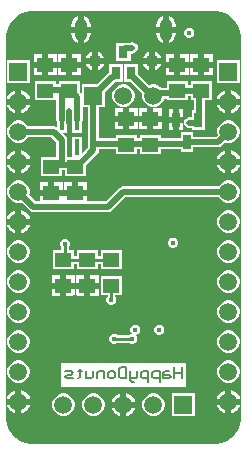
<source format=gbl>
G04*
G04 #@! TF.GenerationSoftware,Altium Limited,Altium Designer,22.5.1 (42)*
G04*
G04 Layer_Physical_Order=4*
G04 Layer_Color=16711680*
%FSLAX44Y44*%
%MOMM*%
G71*
G04*
G04 #@! TF.SameCoordinates,DFEE975E-FB4D-4F5B-BE5F-A39223BB333C*
G04*
G04*
G04 #@! TF.FilePolarity,Positive*
G04*
G01*
G75*
%ADD25R,1.4000X1.2000*%
%ADD30C,0.5080*%
%ADD31C,0.2540*%
%ADD33C,1.5000*%
%ADD34R,1.5000X1.5000*%
%ADD35C,1.1000*%
%ADD36O,1.1000X1.8500*%
%ADD37R,1.5000X1.5000*%
%ADD38C,0.4500*%
%ADD47R,0.6500X1.3000*%
%ADD48R,0.4500X1.3500*%
%ADD49R,0.4000X1.3500*%
%ADD50R,0.8000X1.1000*%
%ADD51C,0.1270*%
G36*
X184614Y367903D02*
X188866Y366142D01*
X192692Y363586D01*
X195946Y360332D01*
X198502Y356506D01*
X200263Y352254D01*
X201161Y347741D01*
Y345440D01*
Y25400D01*
Y23099D01*
X200263Y18586D01*
X198502Y14334D01*
X195946Y10508D01*
X192692Y7254D01*
X188866Y4698D01*
X184614Y2937D01*
X180101Y2039D01*
X23099D01*
X18586Y2937D01*
X14334Y4698D01*
X10508Y7254D01*
X7254Y10508D01*
X4698Y14334D01*
X2937Y18586D01*
X2039Y23099D01*
Y25400D01*
Y345440D01*
Y347741D01*
X2937Y352254D01*
X4698Y356506D01*
X7254Y360332D01*
X10508Y363586D01*
X14334Y366142D01*
X18586Y367903D01*
X23099Y368801D01*
X180101D01*
X184614Y367903D01*
D02*
G37*
%LPC*%
G36*
X140140Y364460D02*
Y355600D01*
X145709D01*
Y356810D01*
X145433Y358909D01*
X144623Y360865D01*
X143334Y362544D01*
X141655Y363833D01*
X140140Y364460D01*
D02*
G37*
G36*
X68140Y364460D02*
Y355600D01*
X73709D01*
Y356810D01*
X73433Y358909D01*
X72623Y360865D01*
X71334Y362544D01*
X69655Y363833D01*
X68140Y364460D01*
D02*
G37*
G36*
X63060Y364460D02*
X61545Y363833D01*
X59866Y362544D01*
X58577Y360865D01*
X57767Y358909D01*
X57491Y356810D01*
Y355600D01*
X63060D01*
Y364460D01*
D02*
G37*
G36*
X135060Y364460D02*
X133545Y363833D01*
X131866Y362544D01*
X130577Y360865D01*
X129767Y358909D01*
X129491Y356810D01*
Y355600D01*
X135060D01*
Y364460D01*
D02*
G37*
G36*
X158325Y354770D02*
X156635D01*
X155073Y354123D01*
X153877Y352927D01*
X153230Y351365D01*
Y349675D01*
X153877Y348113D01*
X155073Y346917D01*
X156635Y346270D01*
X158325D01*
X159887Y346917D01*
X161083Y348113D01*
X161730Y349675D01*
Y351365D01*
X161083Y352927D01*
X159887Y354123D01*
X158325Y354770D01*
D02*
G37*
G36*
X63060Y350520D02*
X57491D01*
Y349310D01*
X57767Y347211D01*
X58577Y345255D01*
X59866Y343576D01*
X61545Y342287D01*
X63060Y341660D01*
Y350520D01*
D02*
G37*
G36*
X145709D02*
X140140D01*
Y341660D01*
X141655Y342287D01*
X143334Y343576D01*
X144623Y345255D01*
X145433Y347211D01*
X145709Y349310D01*
Y350520D01*
D02*
G37*
G36*
X135060D02*
X129491D01*
Y349310D01*
X129767Y347211D01*
X130577Y345255D01*
X131866Y343576D01*
X133545Y342287D01*
X135060Y341660D01*
Y350520D01*
D02*
G37*
G36*
X73709D02*
X68140D01*
Y341660D01*
X69655Y342287D01*
X71334Y343576D01*
X72623Y345255D01*
X73433Y347211D01*
X73709Y349310D01*
Y350520D01*
D02*
G37*
G36*
X109220Y342449D02*
X107449Y342097D01*
X106868Y341709D01*
X103060D01*
X102613Y341620D01*
X95600D01*
Y326620D01*
X107600D01*
Y332451D01*
X108480D01*
X108480Y332451D01*
X110251Y332803D01*
X111753Y333807D01*
X112493Y334547D01*
X113497Y336049D01*
X113849Y337820D01*
X113497Y339591D01*
X112493Y341093D01*
X110991Y342097D01*
X109220Y342449D01*
D02*
G37*
G36*
X128390Y334203D02*
Y329100D01*
X133493D01*
X133342Y329663D01*
X132284Y331497D01*
X130787Y332994D01*
X128953Y334052D01*
X128390Y334203D01*
D02*
G37*
G36*
X79890D02*
Y329100D01*
X84993D01*
X84842Y329663D01*
X83784Y331497D01*
X82287Y332994D01*
X80453Y334052D01*
X79890Y334203D01*
D02*
G37*
G36*
X123310Y334203D02*
X122747Y334052D01*
X120913Y332994D01*
X119416Y331497D01*
X118358Y329663D01*
X118207Y329100D01*
X123310D01*
Y334203D01*
D02*
G37*
G36*
X74810D02*
X74247Y334052D01*
X72413Y332994D01*
X70916Y331497D01*
X69858Y329663D01*
X69707Y329100D01*
X74810D01*
Y334203D01*
D02*
G37*
G36*
X156860Y331960D02*
X149860D01*
Y325960D01*
X156860D01*
Y331960D01*
D02*
G37*
G36*
X65420D02*
X58420D01*
Y325960D01*
X65420D01*
Y331960D01*
D02*
G37*
G36*
X45100D02*
X38100D01*
Y325960D01*
X45100D01*
Y331960D01*
D02*
G37*
G36*
X177180D02*
X170180D01*
Y325960D01*
X177180D01*
Y331960D01*
D02*
G37*
G36*
X144780D02*
X137780D01*
Y325960D01*
X144780D01*
Y331960D01*
D02*
G37*
G36*
X33020D02*
X26020D01*
Y325960D01*
X33020D01*
Y331960D01*
D02*
G37*
G36*
X53340D02*
X46340D01*
Y325960D01*
X53340D01*
Y331960D01*
D02*
G37*
G36*
X165100D02*
X158100D01*
Y325960D01*
X165100D01*
Y331960D01*
D02*
G37*
G36*
X123310Y324020D02*
X118207D01*
X118358Y323457D01*
X119416Y321623D01*
X120913Y320126D01*
X122747Y319068D01*
X123310Y318917D01*
Y324020D01*
D02*
G37*
G36*
X74810D02*
X69707D01*
X69858Y323457D01*
X70916Y321623D01*
X72413Y320126D01*
X74247Y319068D01*
X74810Y318917D01*
Y324020D01*
D02*
G37*
G36*
X133493D02*
X128390D01*
Y318917D01*
X128953Y319068D01*
X130787Y320126D01*
X132284Y321623D01*
X133342Y323457D01*
X133493Y324020D01*
D02*
G37*
G36*
X84993D02*
X79890D01*
Y318917D01*
X80453Y319068D01*
X82287Y320126D01*
X83784Y321623D01*
X84842Y323457D01*
X84993Y324020D01*
D02*
G37*
G36*
X177180Y320880D02*
X170180D01*
Y314880D01*
X177180D01*
Y320880D01*
D02*
G37*
G36*
X165100D02*
X158100D01*
Y314880D01*
X165100D01*
Y320880D01*
D02*
G37*
G36*
X156860D02*
X149860D01*
Y314880D01*
X156860D01*
Y320880D01*
D02*
G37*
G36*
X144780D02*
X137780D01*
Y314880D01*
X144780D01*
Y320880D01*
D02*
G37*
G36*
X65420D02*
X58420D01*
Y314880D01*
X65420D01*
Y320880D01*
D02*
G37*
G36*
X53340D02*
X46340D01*
Y314880D01*
X53340D01*
Y320880D01*
D02*
G37*
G36*
X45100D02*
X38100D01*
Y314880D01*
X45100D01*
Y320880D01*
D02*
G37*
G36*
X33020D02*
X26020D01*
Y314880D01*
X33020D01*
Y320880D01*
D02*
G37*
G36*
X200000Y327000D02*
X181000D01*
Y308000D01*
X200000D01*
Y327000D01*
D02*
G37*
G36*
X22200D02*
X3200D01*
Y308000D01*
X22200D01*
Y327000D01*
D02*
G37*
G36*
X101100Y323620D02*
X89100D01*
Y316562D01*
X88907Y316433D01*
X88907Y316433D01*
X79154Y306680D01*
X66700D01*
Y297473D01*
X66657Y297691D01*
X65653Y299193D01*
X65653Y299193D01*
X64880Y299966D01*
Y309420D01*
X46880D01*
Y306889D01*
X44560D01*
Y309420D01*
X26560D01*
Y293420D01*
X44560D01*
Y297631D01*
X44751D01*
Y276200D01*
X45103Y274429D01*
X45130Y274389D01*
Y270436D01*
X44321Y270977D01*
X42550Y271329D01*
X42550Y271329D01*
X20997D01*
X20302Y272533D01*
X18533Y274302D01*
X16367Y275553D01*
X13951Y276200D01*
X11449D01*
X9033Y275553D01*
X6867Y274302D01*
X5098Y272533D01*
X3847Y270367D01*
X3200Y267951D01*
Y265449D01*
X3847Y263033D01*
X5098Y260867D01*
X6867Y259098D01*
X9033Y257847D01*
X11449Y257200D01*
X13951D01*
X16367Y257847D01*
X18533Y259098D01*
X20302Y260867D01*
X20997Y262071D01*
X40633D01*
X44751Y257953D01*
Y253660D01*
Y245060D01*
X31640D01*
Y229060D01*
X49640D01*
Y234131D01*
X51960D01*
Y229060D01*
X69960D01*
Y238514D01*
X79473Y248027D01*
X79473Y248027D01*
X80477Y249529D01*
X80829Y251300D01*
X80829Y251300D01*
Y251911D01*
X95140D01*
Y247700D01*
X113140D01*
Y251911D01*
X115460D01*
Y247700D01*
X133460D01*
Y251911D01*
X150350D01*
Y249360D01*
X160850D01*
Y253231D01*
X181660D01*
X181660Y253231D01*
X183431Y253583D01*
X184933Y254587D01*
X187906Y257560D01*
X189249Y257200D01*
X191751D01*
X194167Y257847D01*
X196333Y259098D01*
X198102Y260867D01*
X199353Y263033D01*
X200000Y265449D01*
Y267951D01*
X199353Y270367D01*
X198102Y272533D01*
X196333Y274302D01*
X194167Y275553D01*
X191751Y276200D01*
X189249D01*
X186833Y275553D01*
X184667Y274302D01*
X182898Y272533D01*
X181647Y270367D01*
X181000Y267951D01*
Y265449D01*
X181360Y264106D01*
X179743Y262489D01*
X160850D01*
Y266360D01*
X150350D01*
Y261169D01*
X133460D01*
Y263700D01*
X115460D01*
Y261169D01*
X113140D01*
Y263700D01*
X95140D01*
Y261169D01*
X80829D01*
Y287680D01*
X85700D01*
Y300134D01*
X94186Y308620D01*
X101100D01*
Y323620D01*
D02*
G37*
G36*
X193040Y301814D02*
Y294640D01*
X200214D01*
X199856Y295975D01*
X198534Y298265D01*
X196665Y300134D01*
X194375Y301456D01*
X193040Y301814D01*
D02*
G37*
G36*
X15240D02*
Y294640D01*
X22414D01*
X22056Y295975D01*
X20734Y298265D01*
X18865Y300134D01*
X16575Y301456D01*
X15240Y301814D01*
D02*
G37*
G36*
X10160D02*
X8825Y301456D01*
X6535Y300134D01*
X4666Y298265D01*
X3344Y295975D01*
X2986Y294640D01*
X10160D01*
Y301814D01*
D02*
G37*
G36*
X187960D02*
X186625Y301456D01*
X184335Y300134D01*
X182466Y298265D01*
X181144Y295975D01*
X180786Y294640D01*
X187960D01*
Y301814D01*
D02*
G37*
G36*
X102851Y306680D02*
X100349D01*
X97933Y306033D01*
X95767Y304782D01*
X93998Y303013D01*
X92747Y300847D01*
X92100Y298431D01*
Y295929D01*
X92747Y293513D01*
X93998Y291347D01*
X95767Y289578D01*
X97933Y288327D01*
X100349Y287680D01*
X102851D01*
X105267Y288327D01*
X107433Y289578D01*
X109202Y291347D01*
X110453Y293513D01*
X111100Y295929D01*
Y298431D01*
X110453Y300847D01*
X109202Y303013D01*
X107433Y304782D01*
X105267Y306033D01*
X102851Y306680D01*
D02*
G37*
G36*
X187960Y289560D02*
X180786D01*
X181144Y288225D01*
X182466Y285935D01*
X184335Y284066D01*
X186625Y282744D01*
X187960Y282386D01*
Y289560D01*
D02*
G37*
G36*
X10160D02*
X2986D01*
X3344Y288225D01*
X4666Y285935D01*
X6535Y284066D01*
X8825Y282744D01*
X10160Y282386D01*
Y289560D01*
D02*
G37*
G36*
X22414D02*
X15240D01*
Y282386D01*
X16575Y282744D01*
X18865Y284066D01*
X20734Y285935D01*
X22056Y288225D01*
X22414Y289560D01*
D02*
G37*
G36*
X200214D02*
X193040D01*
Y282386D01*
X194375Y282744D01*
X196665Y284066D01*
X198534Y285935D01*
X199856Y288225D01*
X200214Y289560D01*
D02*
G37*
G36*
X134000Y286240D02*
X127000D01*
Y280240D01*
X134000D01*
Y286240D01*
D02*
G37*
G36*
X113680D02*
X106680D01*
Y280240D01*
X113680D01*
Y286240D01*
D02*
G37*
G36*
X121920D02*
X114920D01*
Y280240D01*
X121920D01*
Y286240D01*
D02*
G37*
G36*
X101600D02*
X94600D01*
Y280240D01*
X101600D01*
Y286240D01*
D02*
G37*
G36*
X151890Y285900D02*
X148640D01*
Y279400D01*
X151890D01*
Y285900D01*
D02*
G37*
G36*
X143560D02*
X140310D01*
Y279400D01*
X143560D01*
Y285900D01*
D02*
G37*
G36*
X134000Y275160D02*
X127000D01*
Y269160D01*
X134000D01*
Y275160D01*
D02*
G37*
G36*
X121920D02*
X114920D01*
Y269160D01*
X121920D01*
Y275160D01*
D02*
G37*
G36*
X113680D02*
X106680D01*
Y269160D01*
X113680D01*
Y275160D01*
D02*
G37*
G36*
X101600D02*
X94600D01*
Y269160D01*
X101600D01*
Y275160D01*
D02*
G37*
G36*
X114100Y323620D02*
X102100D01*
Y308620D01*
X107554D01*
X117551Y298622D01*
X117500Y298431D01*
Y295929D01*
X118147Y293513D01*
X119398Y291347D01*
X121167Y289578D01*
X123333Y288327D01*
X125749Y287680D01*
X128251D01*
X130667Y288327D01*
X132833Y289578D01*
X134602Y291347D01*
X135853Y293513D01*
X136103Y294449D01*
X138320D01*
Y293420D01*
X156320D01*
Y296791D01*
X158640D01*
Y293420D01*
X161181D01*
Y285360D01*
X159850D01*
Y278949D01*
X157480D01*
X155709Y278597D01*
X154207Y277593D01*
X153203Y276091D01*
X152851Y274320D01*
X153203Y272549D01*
X154207Y271047D01*
X155709Y270043D01*
X157480Y269691D01*
X159850D01*
Y268360D01*
X170350D01*
Y277123D01*
X170439Y277570D01*
X170439Y277570D01*
Y293420D01*
X176640D01*
Y309420D01*
X158640D01*
Y306049D01*
X156320D01*
Y309420D01*
X138320D01*
Y303707D01*
X133908D01*
X132833Y304782D01*
X130667Y306033D01*
X128251Y306680D01*
X125749D01*
X123333Y306033D01*
X123270Y305996D01*
X114100Y315166D01*
Y323620D01*
D02*
G37*
G36*
X151890Y274320D02*
X148640D01*
Y267820D01*
X151890D01*
Y274320D01*
D02*
G37*
G36*
X143560D02*
X140310D01*
Y267820D01*
X143560D01*
Y274320D01*
D02*
G37*
G36*
X193040Y251014D02*
Y243840D01*
X200214D01*
X199856Y245175D01*
X198534Y247465D01*
X196665Y249334D01*
X194375Y250656D01*
X193040Y251014D01*
D02*
G37*
G36*
X15240D02*
Y243840D01*
X22414D01*
X22056Y245175D01*
X20734Y247465D01*
X18865Y249334D01*
X16575Y250656D01*
X15240Y251014D01*
D02*
G37*
G36*
X10160D02*
X8825Y250656D01*
X6535Y249334D01*
X4666Y247465D01*
X3344Y245175D01*
X2986Y243840D01*
X10160D01*
Y251014D01*
D02*
G37*
G36*
X187960D02*
X186625Y250656D01*
X184335Y249334D01*
X182466Y247465D01*
X181144Y245175D01*
X180786Y243840D01*
X187960D01*
Y251014D01*
D02*
G37*
G36*
Y238760D02*
X180786D01*
X181144Y237425D01*
X182466Y235135D01*
X184335Y233266D01*
X186625Y231944D01*
X187960Y231586D01*
Y238760D01*
D02*
G37*
G36*
X10160D02*
X2986D01*
X3344Y237425D01*
X4666Y235135D01*
X6535Y233266D01*
X8825Y231944D01*
X10160Y231586D01*
Y238760D01*
D02*
G37*
G36*
X22414D02*
X15240D01*
Y231586D01*
X16575Y231944D01*
X18865Y233266D01*
X20734Y235135D01*
X22056Y237425D01*
X22414Y238760D01*
D02*
G37*
G36*
X200214D02*
X193040D01*
Y231586D01*
X194375Y231944D01*
X196665Y233266D01*
X198534Y235135D01*
X199856Y237425D01*
X200214Y238760D01*
D02*
G37*
G36*
X191751Y225400D02*
X189249D01*
X186833Y224753D01*
X184667Y223502D01*
X182898Y221733D01*
X182203Y220529D01*
X101600D01*
X101600Y220529D01*
X99829Y220177D01*
X98327Y219173D01*
X98327Y219173D01*
X86983Y207829D01*
X70500D01*
Y212520D01*
X51420D01*
Y207829D01*
X50180D01*
Y212520D01*
X31100D01*
Y207829D01*
X27317D01*
X21840Y213306D01*
X22200Y214649D01*
Y217151D01*
X21553Y219567D01*
X20302Y221733D01*
X18533Y223502D01*
X16367Y224753D01*
X13951Y225400D01*
X11449D01*
X9033Y224753D01*
X6867Y223502D01*
X5098Y221733D01*
X3847Y219567D01*
X3200Y217151D01*
Y214649D01*
X3847Y212233D01*
X5098Y210067D01*
X6867Y208298D01*
X9033Y207047D01*
X11449Y206400D01*
X13951D01*
X15294Y206760D01*
X22127Y199927D01*
X22127Y199927D01*
X23629Y198923D01*
X25400Y198571D01*
X25400Y198571D01*
X88900D01*
X88900Y198571D01*
X90671Y198923D01*
X92173Y199927D01*
X103517Y211271D01*
X182203D01*
X182898Y210067D01*
X184667Y208298D01*
X186833Y207047D01*
X189249Y206400D01*
X191751D01*
X194167Y207047D01*
X196333Y208298D01*
X198102Y210067D01*
X199353Y212233D01*
X200000Y214649D01*
Y217151D01*
X199353Y219567D01*
X198102Y221733D01*
X196333Y223502D01*
X194167Y224753D01*
X191751Y225400D01*
D02*
G37*
G36*
X70500Y223600D02*
X63500D01*
Y217600D01*
X70500D01*
Y223600D01*
D02*
G37*
G36*
X58420D02*
X51420D01*
Y217600D01*
X58420D01*
Y223600D01*
D02*
G37*
G36*
X50180D02*
X43180D01*
Y217600D01*
X50180D01*
Y223600D01*
D02*
G37*
G36*
X38100D02*
X31100D01*
Y217600D01*
X38100D01*
Y223600D01*
D02*
G37*
G36*
X15240Y200214D02*
Y193040D01*
X22414D01*
X22056Y194375D01*
X20734Y196665D01*
X18865Y198534D01*
X16575Y199856D01*
X15240Y200214D01*
D02*
G37*
G36*
X10160D02*
X8825Y199856D01*
X6535Y198534D01*
X4666Y196665D01*
X3344Y194375D01*
X2986Y193040D01*
X10160D01*
Y200214D01*
D02*
G37*
G36*
X191751Y200000D02*
X189249D01*
X186833Y199353D01*
X184667Y198102D01*
X182898Y196333D01*
X181647Y194167D01*
X181000Y191751D01*
Y189249D01*
X181647Y186833D01*
X182898Y184667D01*
X184667Y182898D01*
X186833Y181647D01*
X189249Y181000D01*
X191751D01*
X194167Y181647D01*
X196333Y182898D01*
X198102Y184667D01*
X199353Y186833D01*
X200000Y189249D01*
Y191751D01*
X199353Y194167D01*
X198102Y196333D01*
X196333Y198102D01*
X194167Y199353D01*
X191751Y200000D01*
D02*
G37*
G36*
X10160Y187960D02*
X2986D01*
X3344Y186625D01*
X4666Y184335D01*
X6535Y182466D01*
X8825Y181144D01*
X10160Y180786D01*
Y187960D01*
D02*
G37*
G36*
X22414D02*
X15240D01*
Y180786D01*
X16575Y181144D01*
X18865Y182466D01*
X20734Y184335D01*
X22056Y186625D01*
X22414Y187960D01*
D02*
G37*
G36*
X144355Y176850D02*
X142665D01*
X141103Y176203D01*
X139907Y175007D01*
X139260Y173445D01*
Y171755D01*
X139907Y170193D01*
X141103Y168997D01*
X142665Y168350D01*
X144355D01*
X145917Y168997D01*
X147113Y170193D01*
X147760Y171755D01*
Y173445D01*
X147113Y175007D01*
X145917Y176203D01*
X144355Y176850D01*
D02*
G37*
G36*
X191751Y174600D02*
X189249D01*
X186833Y173953D01*
X184667Y172702D01*
X182898Y170933D01*
X181647Y168767D01*
X181000Y166351D01*
Y163849D01*
X181647Y161433D01*
X182898Y159267D01*
X184667Y157498D01*
X186833Y156247D01*
X189249Y155600D01*
X191751D01*
X194167Y156247D01*
X196333Y157498D01*
X198102Y159267D01*
X199353Y161433D01*
X200000Y163849D01*
Y166351D01*
X199353Y168767D01*
X198102Y170933D01*
X196333Y172702D01*
X194167Y173953D01*
X191751Y174600D01*
D02*
G37*
G36*
X13951D02*
X11449D01*
X9033Y173953D01*
X6867Y172702D01*
X5098Y170933D01*
X3847Y168767D01*
X3200Y166351D01*
Y163849D01*
X3847Y161433D01*
X5098Y159267D01*
X6867Y157498D01*
X9033Y156247D01*
X11449Y155600D01*
X13951D01*
X16367Y156247D01*
X18533Y157498D01*
X20302Y159267D01*
X21553Y161433D01*
X22200Y163849D01*
Y166351D01*
X21553Y168767D01*
X20302Y170933D01*
X18533Y172702D01*
X16367Y173953D01*
X13951Y174600D01*
D02*
G37*
G36*
X52915Y175700D02*
X51225D01*
X49663Y175053D01*
X48467Y173857D01*
X47820Y172295D01*
Y170605D01*
X48467Y169043D01*
X48736Y168774D01*
Y166320D01*
X41800D01*
Y150320D01*
X59800D01*
Y154986D01*
X62120D01*
Y150320D01*
X80120D01*
Y154986D01*
X82440D01*
Y150320D01*
X100440D01*
Y166320D01*
X82440D01*
Y161654D01*
X80120D01*
Y166320D01*
X62120D01*
Y161654D01*
X59800D01*
Y166320D01*
X55404D01*
Y168774D01*
X55673Y169043D01*
X56320Y170605D01*
Y172295D01*
X55673Y173857D01*
X54477Y175053D01*
X52915Y175700D01*
D02*
G37*
G36*
X80660Y144860D02*
X73660D01*
Y138860D01*
X80660D01*
Y144860D01*
D02*
G37*
G36*
X68580D02*
X61580D01*
Y138860D01*
X68580D01*
Y144860D01*
D02*
G37*
G36*
X60340D02*
X53340D01*
Y138860D01*
X60340D01*
Y144860D01*
D02*
G37*
G36*
X48260D02*
X41260D01*
Y138860D01*
X48260D01*
Y144860D01*
D02*
G37*
G36*
X191751Y149200D02*
X189249D01*
X186833Y148553D01*
X184667Y147302D01*
X182898Y145533D01*
X181647Y143367D01*
X181000Y140951D01*
Y138449D01*
X181647Y136033D01*
X182898Y133867D01*
X184667Y132098D01*
X186833Y130847D01*
X189249Y130200D01*
X191751D01*
X194167Y130847D01*
X196333Y132098D01*
X198102Y133867D01*
X199353Y136033D01*
X200000Y138449D01*
Y140951D01*
X199353Y143367D01*
X198102Y145533D01*
X196333Y147302D01*
X194167Y148553D01*
X191751Y149200D01*
D02*
G37*
G36*
X13951D02*
X11449D01*
X9033Y148553D01*
X6867Y147302D01*
X5098Y145533D01*
X3847Y143367D01*
X3200Y140951D01*
Y138449D01*
X3847Y136033D01*
X5098Y133867D01*
X6867Y132098D01*
X9033Y130847D01*
X11449Y130200D01*
X13951D01*
X16367Y130847D01*
X18533Y132098D01*
X20302Y133867D01*
X21553Y136033D01*
X22200Y138449D01*
Y140951D01*
X21553Y143367D01*
X20302Y145533D01*
X18533Y147302D01*
X16367Y148553D01*
X13951Y149200D01*
D02*
G37*
G36*
X80660Y133780D02*
X73660D01*
Y127780D01*
X80660D01*
Y133780D01*
D02*
G37*
G36*
X68580D02*
X61580D01*
Y127780D01*
X68580D01*
Y133780D01*
D02*
G37*
G36*
X60340D02*
X53340D01*
Y127780D01*
X60340D01*
Y133780D01*
D02*
G37*
G36*
X48260D02*
X41260D01*
Y127780D01*
X48260D01*
Y133780D01*
D02*
G37*
G36*
X100440Y144320D02*
X82440D01*
Y128320D01*
X88106D01*
Y127136D01*
X87837Y126867D01*
X87190Y125305D01*
Y123615D01*
X87837Y122053D01*
X89033Y120857D01*
X90595Y120210D01*
X92285D01*
X93847Y120857D01*
X95043Y122053D01*
X95690Y123615D01*
Y125305D01*
X95043Y126867D01*
X94774Y127136D01*
Y128320D01*
X100440D01*
Y144320D01*
D02*
G37*
G36*
X191751Y123800D02*
X189249D01*
X186833Y123153D01*
X184667Y121902D01*
X182898Y120133D01*
X181647Y117967D01*
X181000Y115551D01*
Y113049D01*
X181647Y110633D01*
X182898Y108467D01*
X184667Y106698D01*
X186833Y105447D01*
X189249Y104800D01*
X191751D01*
X194167Y105447D01*
X196333Y106698D01*
X198102Y108467D01*
X199353Y110633D01*
X200000Y113049D01*
Y115551D01*
X199353Y117967D01*
X198102Y120133D01*
X196333Y121902D01*
X194167Y123153D01*
X191751Y123800D01*
D02*
G37*
G36*
X13951D02*
X11449D01*
X9033Y123153D01*
X6867Y121902D01*
X5098Y120133D01*
X3847Y117967D01*
X3200Y115551D01*
Y113049D01*
X3847Y110633D01*
X5098Y108467D01*
X6867Y106698D01*
X9033Y105447D01*
X11449Y104800D01*
X13951D01*
X16367Y105447D01*
X18533Y106698D01*
X20302Y108467D01*
X21553Y110633D01*
X22200Y113049D01*
Y115551D01*
X21553Y117967D01*
X20302Y120133D01*
X18533Y121902D01*
X16367Y123153D01*
X13951Y123800D01*
D02*
G37*
G36*
X132925Y103310D02*
X131235D01*
X129673Y102663D01*
X128477Y101467D01*
X127830Y99905D01*
Y98215D01*
X128477Y96653D01*
X129673Y95457D01*
X131235Y94810D01*
X132925D01*
X134487Y95457D01*
X135683Y96653D01*
X136330Y98215D01*
Y99905D01*
X135683Y101467D01*
X134487Y102663D01*
X132925Y103310D01*
D02*
G37*
G36*
X112605D02*
X110915D01*
X109353Y102663D01*
X108157Y101467D01*
X107510Y99905D01*
Y98215D01*
X108157Y96653D01*
X109120Y95690D01*
X108375D01*
X106813Y95043D01*
X106544Y94774D01*
X96656D01*
X96387Y95043D01*
X94825Y95690D01*
X93135D01*
X91573Y95043D01*
X90377Y93847D01*
X89730Y92285D01*
Y90595D01*
X90377Y89033D01*
X91573Y87837D01*
X93135Y87190D01*
X94825D01*
X96387Y87837D01*
X96656Y88106D01*
X106544D01*
X106813Y87837D01*
X108375Y87190D01*
X110065D01*
X111627Y87837D01*
X112823Y89033D01*
X113470Y90595D01*
Y92285D01*
X112823Y93847D01*
X111860Y94810D01*
X112605D01*
X114167Y95457D01*
X115363Y96653D01*
X116010Y98215D01*
Y99905D01*
X115363Y101467D01*
X114167Y102663D01*
X112605Y103310D01*
D02*
G37*
G36*
X191751Y98400D02*
X189249D01*
X186833Y97753D01*
X184667Y96502D01*
X182898Y94733D01*
X181647Y92567D01*
X181000Y90151D01*
Y87649D01*
X181647Y85233D01*
X182898Y83067D01*
X184667Y81298D01*
X186833Y80047D01*
X189249Y79400D01*
X191751D01*
X194167Y80047D01*
X196333Y81298D01*
X198102Y83067D01*
X199353Y85233D01*
X200000Y87649D01*
Y90151D01*
X199353Y92567D01*
X198102Y94733D01*
X196333Y96502D01*
X194167Y97753D01*
X191751Y98400D01*
D02*
G37*
G36*
X13951D02*
X11449D01*
X9033Y97753D01*
X6867Y96502D01*
X5098Y94733D01*
X3847Y92567D01*
X3200Y90151D01*
Y87649D01*
X3847Y85233D01*
X5098Y83067D01*
X6867Y81298D01*
X9033Y80047D01*
X11449Y79400D01*
X13951D01*
X16367Y80047D01*
X18533Y81298D01*
X20302Y83067D01*
X21553Y85233D01*
X22200Y87649D01*
Y90151D01*
X21553Y92567D01*
X20302Y94733D01*
X18533Y96502D01*
X16367Y97753D01*
X13951Y98400D01*
D02*
G37*
G36*
X191751Y73000D02*
X189249D01*
X186833Y72353D01*
X184667Y71102D01*
X182898Y69333D01*
X181647Y67167D01*
X181000Y64751D01*
Y62249D01*
X181647Y59833D01*
X182898Y57667D01*
X184667Y55898D01*
X186833Y54647D01*
X189249Y54000D01*
X191751D01*
X194167Y54647D01*
X196333Y55898D01*
X198102Y57667D01*
X199353Y59833D01*
X200000Y62249D01*
Y64751D01*
X199353Y67167D01*
X198102Y69333D01*
X196333Y71102D01*
X194167Y72353D01*
X191751Y73000D01*
D02*
G37*
G36*
X13951D02*
X11449D01*
X9033Y72353D01*
X6867Y71102D01*
X5098Y69333D01*
X3847Y67167D01*
X3200Y64751D01*
Y62249D01*
X3847Y59833D01*
X5098Y57667D01*
X6867Y55898D01*
X9033Y54647D01*
X11449Y54000D01*
X13951D01*
X16367Y54647D01*
X18533Y55898D01*
X20302Y57667D01*
X21553Y59833D01*
X22200Y62249D01*
Y64751D01*
X21553Y67167D01*
X20302Y69333D01*
X18533Y71102D01*
X16367Y72353D01*
X13951Y73000D01*
D02*
G37*
G36*
X154733Y70947D02*
X48467D01*
Y50800D01*
X154733D01*
Y70947D01*
D02*
G37*
G36*
X193040Y47814D02*
Y40640D01*
X200214D01*
X199856Y41975D01*
X198534Y44265D01*
X196665Y46134D01*
X194375Y47456D01*
X193040Y47814D01*
D02*
G37*
G36*
X15240D02*
Y40640D01*
X22414D01*
X22056Y41975D01*
X20734Y44265D01*
X18865Y46134D01*
X16575Y47456D01*
X15240Y47814D01*
D02*
G37*
G36*
X187960D02*
X186625Y47456D01*
X184335Y46134D01*
X182466Y44265D01*
X181144Y41975D01*
X180786Y40640D01*
X187960D01*
Y47814D01*
D02*
G37*
G36*
X10160D02*
X8825Y47456D01*
X6535Y46134D01*
X4666Y44265D01*
X3344Y41975D01*
X2986Y40640D01*
X10160D01*
Y47814D01*
D02*
G37*
G36*
X104140Y45274D02*
Y38100D01*
X111314D01*
X110956Y39435D01*
X109634Y41725D01*
X107765Y43594D01*
X105475Y44916D01*
X104140Y45274D01*
D02*
G37*
G36*
X99060Y45274D02*
X97725Y44916D01*
X95435Y43594D01*
X93566Y41725D01*
X92244Y39435D01*
X91886Y38100D01*
X99060D01*
Y45274D01*
D02*
G37*
G36*
X187960Y35560D02*
X180786D01*
X181144Y34225D01*
X182466Y31935D01*
X184335Y30066D01*
X186625Y28744D01*
X187960Y28386D01*
Y35560D01*
D02*
G37*
G36*
X10160D02*
X2986D01*
X3344Y34225D01*
X4666Y31935D01*
X6535Y30066D01*
X8825Y28744D01*
X10160Y28386D01*
Y35560D01*
D02*
G37*
G36*
X22414D02*
X15240D01*
Y28386D01*
X16575Y28744D01*
X18865Y30066D01*
X20734Y31935D01*
X22056Y34225D01*
X22414Y35560D01*
D02*
G37*
G36*
X200214D02*
X193040D01*
Y28386D01*
X194375Y28744D01*
X196665Y30066D01*
X198534Y31935D01*
X199856Y34225D01*
X200214Y35560D01*
D02*
G37*
G36*
X161900Y45060D02*
X142900D01*
Y26060D01*
X161900D01*
Y45060D01*
D02*
G37*
G36*
X128251D02*
X125749D01*
X123333Y44413D01*
X121167Y43162D01*
X119398Y41393D01*
X118147Y39227D01*
X117500Y36811D01*
Y34309D01*
X118147Y31893D01*
X119398Y29727D01*
X121167Y27958D01*
X123333Y26707D01*
X125749Y26060D01*
X128251D01*
X130667Y26707D01*
X132833Y27958D01*
X134602Y29727D01*
X135853Y31893D01*
X136500Y34309D01*
Y36811D01*
X135853Y39227D01*
X134602Y41393D01*
X132833Y43162D01*
X130667Y44413D01*
X128251Y45060D01*
D02*
G37*
G36*
X77451D02*
X74949D01*
X72533Y44413D01*
X70367Y43162D01*
X68598Y41393D01*
X67347Y39227D01*
X66700Y36811D01*
Y34309D01*
X67347Y31893D01*
X68598Y29727D01*
X70367Y27958D01*
X72533Y26707D01*
X74949Y26060D01*
X77451D01*
X79867Y26707D01*
X82033Y27958D01*
X83802Y29727D01*
X85053Y31893D01*
X85700Y34309D01*
Y36811D01*
X85053Y39227D01*
X83802Y41393D01*
X82033Y43162D01*
X79867Y44413D01*
X77451Y45060D01*
D02*
G37*
G36*
X52051D02*
X49549D01*
X47133Y44413D01*
X44967Y43162D01*
X43198Y41393D01*
X41947Y39227D01*
X41300Y36811D01*
Y34309D01*
X41947Y31893D01*
X43198Y29727D01*
X44967Y27958D01*
X47133Y26707D01*
X49549Y26060D01*
X52051D01*
X54467Y26707D01*
X56633Y27958D01*
X58402Y29727D01*
X59653Y31893D01*
X60300Y34309D01*
Y36811D01*
X59653Y39227D01*
X58402Y41393D01*
X56633Y43162D01*
X54467Y44413D01*
X52051Y45060D01*
D02*
G37*
G36*
X99060Y33020D02*
X91886D01*
X92244Y31685D01*
X93566Y29395D01*
X95435Y27526D01*
X97725Y26204D01*
X99060Y25846D01*
Y33020D01*
D02*
G37*
G36*
X111314D02*
X104140D01*
Y25846D01*
X105475Y26204D01*
X107765Y27526D01*
X109634Y29395D01*
X110956Y31685D01*
X111314Y33020D01*
D02*
G37*
%LPD*%
G36*
X71571Y256540D02*
Y253217D01*
X66380Y248026D01*
Y262410D01*
X58380D01*
Y245060D01*
X54009D01*
Y253660D01*
Y259870D01*
X53657Y261641D01*
X53380Y262055D01*
Y262410D01*
X53143D01*
X52653Y263143D01*
X52653Y263143D01*
X49886Y265910D01*
X51090D01*
Y265370D01*
X53340D01*
Y265910D01*
X53630D01*
Y274389D01*
X53657Y274428D01*
X53703Y274660D01*
X58057D01*
X58103Y274428D01*
X58130Y274389D01*
Y265910D01*
X58420D01*
Y265370D01*
X60670D01*
Y265910D01*
X66630D01*
Y274389D01*
X66657Y274429D01*
X67009Y276200D01*
Y287680D01*
X71571D01*
Y256540D01*
D02*
G37*
D25*
X91440Y136320D02*
D03*
Y158320D02*
D03*
X167640Y301420D02*
D03*
Y323420D02*
D03*
X147320D02*
D03*
Y301420D02*
D03*
X104140Y277700D02*
D03*
Y255700D02*
D03*
X124460D02*
D03*
Y277700D02*
D03*
X60960Y237060D02*
D03*
Y215060D02*
D03*
X40640D02*
D03*
Y237060D02*
D03*
X55880Y323420D02*
D03*
Y301420D02*
D03*
X35560D02*
D03*
Y323420D02*
D03*
X50800Y136320D02*
D03*
Y158320D02*
D03*
X71120D02*
D03*
Y136320D02*
D03*
D30*
X123620Y256540D02*
X154890D01*
X76200D02*
Y297180D01*
Y256540D02*
X104140D01*
X76200Y251300D02*
Y256540D01*
X101600Y335620D02*
X103060Y337080D01*
X101600Y334120D02*
Y335620D01*
X103060Y337080D02*
X108480D01*
X109220Y337820D01*
X104140Y256540D02*
X123620D01*
X25400Y203200D02*
X88900D01*
X101600Y215900D02*
X190500D01*
X88900Y203200D02*
X101600Y215900D01*
X157480Y274320D02*
X164390D01*
X165100Y275030D02*
Y276860D01*
X164390Y274320D02*
X165100Y275030D01*
X128898Y299078D02*
X144978D01*
X147320Y301420D01*
X127000Y297180D02*
X128898Y299078D01*
X147320Y301420D02*
X165810D01*
Y299590D02*
X167640Y301420D01*
X165100Y276860D02*
X165810Y277570D01*
Y299590D01*
X61960Y237060D02*
X76200Y251300D01*
X60960Y237060D02*
X61960D01*
X181660Y257860D02*
X190500Y266700D01*
X155600Y257860D02*
X181660D01*
X155600Y257250D02*
Y257860D01*
X154890Y256540D02*
X155600Y257250D01*
X49380Y253660D02*
Y259870D01*
X55880Y273660D02*
Y284480D01*
X56880Y301420D02*
X62380Y295920D01*
Y276200D02*
Y295920D01*
X55880Y301420D02*
X56880D01*
X45720Y302260D02*
X48260D01*
X36400D02*
X45720D01*
X48260D02*
X49380Y301140D01*
Y276200D02*
Y301140D01*
X48260Y238760D02*
X59260D01*
X48260D02*
X49380Y239880D01*
X42550Y266700D02*
X49380Y259870D01*
X12700Y266700D02*
X42550D01*
X49380Y239880D02*
Y253660D01*
X35560Y301420D02*
X36400Y302260D01*
X123620Y256540D02*
X124460Y255700D01*
X92180Y313160D02*
X93640D01*
X76200Y297180D02*
X92180Y313160D01*
X93640D02*
X95100Y314620D01*
Y316120D01*
X109220Y313500D02*
X125540Y297180D01*
X109220Y313500D02*
Y314960D01*
X125540Y297180D02*
X127000D01*
X96220Y313460D02*
Y314960D01*
X59260Y238760D02*
X60960Y237060D01*
X12700Y215900D02*
X25400Y203200D01*
D31*
X93980Y91440D02*
X109220D01*
X91440Y124460D02*
Y136320D01*
X50800Y158320D02*
X52070Y159590D01*
X50800Y158320D02*
X71120D01*
X52070Y159590D02*
Y171450D01*
X71120Y158320D02*
X91440D01*
D33*
X127000Y35560D02*
D03*
X101600D02*
D03*
X76200D02*
D03*
X50800D02*
D03*
X127000Y297180D02*
D03*
X101600D02*
D03*
X190500Y190500D02*
D03*
Y215900D02*
D03*
Y241300D02*
D03*
Y266700D02*
D03*
Y139700D02*
D03*
Y165100D02*
D03*
Y292100D02*
D03*
Y114300D02*
D03*
Y88900D02*
D03*
Y63500D02*
D03*
Y38100D02*
D03*
X12700Y190500D02*
D03*
Y215900D02*
D03*
Y241300D02*
D03*
Y266700D02*
D03*
Y139700D02*
D03*
Y165100D02*
D03*
Y292100D02*
D03*
Y114300D02*
D03*
Y88900D02*
D03*
Y63500D02*
D03*
Y38100D02*
D03*
D34*
X152400Y35560D02*
D03*
X76200Y297180D02*
D03*
D35*
X77350Y326560D02*
D03*
X125850D02*
D03*
D36*
X137600Y353060D02*
D03*
X65600D02*
D03*
D37*
X190500Y317500D02*
D03*
X12700D02*
D03*
D38*
X83820Y248920D02*
D03*
X109220Y337820D02*
D03*
X142240Y256540D02*
D03*
X154940Y231140D02*
D03*
X157480Y274320D02*
D03*
X136449Y279060D02*
D03*
X55880Y264160D02*
D03*
X170180Y266700D02*
D03*
X143510Y172600D02*
D03*
X40640Y256540D02*
D03*
X45720Y302260D02*
D03*
X35560Y332740D02*
D03*
X55880D02*
D03*
X157480Y350520D02*
D03*
X172720Y152400D02*
D03*
X149860Y163830D02*
D03*
X172720Y335280D02*
D03*
X101600Y226060D02*
D03*
X144780Y340360D02*
D03*
X33020Y160020D02*
D03*
X60960Y127000D02*
D03*
X73660Y213360D02*
D03*
X40640Y226060D02*
D03*
X91440Y276860D02*
D03*
X55880Y284480D02*
D03*
X109220Y203200D02*
D03*
X127000Y226060D02*
D03*
X152400Y200660D02*
D03*
X165100Y177800D02*
D03*
X91440Y182880D02*
D03*
X160020Y68580D02*
D03*
X152400Y124460D02*
D03*
X91440Y99060D02*
D03*
X43180Y68580D02*
D03*
X88900Y81280D02*
D03*
X134620D02*
D03*
X93980Y91440D02*
D03*
X109220D02*
D03*
X132080Y99060D02*
D03*
X111760D02*
D03*
X91440Y124460D02*
D03*
X137160Y127000D02*
D03*
X109220Y129540D02*
D03*
X114300Y177800D02*
D03*
X52070Y171450D02*
D03*
D47*
X146100Y276860D02*
D03*
X165100D02*
D03*
X155600Y257860D02*
D03*
D48*
X62380Y274660D02*
D03*
X49380D02*
D03*
X55880D02*
D03*
D49*
X62380Y253660D02*
D03*
X49380D02*
D03*
D50*
X101600Y334120D02*
D03*
X108100Y316120D02*
D03*
X95100D02*
D03*
D51*
X150924Y67137D02*
Y57742D01*
Y62439D01*
X144660D01*
Y67137D01*
Y57742D01*
X139963Y64005D02*
X136831D01*
X135265Y62439D01*
Y57742D01*
X139963D01*
X141529Y59307D01*
X139963Y60873D01*
X135265D01*
X132134Y54610D02*
Y64005D01*
X127436D01*
X125870Y62439D01*
Y59307D01*
X127436Y57742D01*
X132134D01*
X122739Y54610D02*
Y64005D01*
X118041D01*
X116475Y62439D01*
Y59307D01*
X118041Y57742D01*
X122739D01*
X113344Y64005D02*
Y59307D01*
X111778Y57742D01*
X107080D01*
Y56176D01*
X108646Y54610D01*
X110212D01*
X107080Y57742D02*
Y64005D01*
X103949Y67137D02*
Y57742D01*
X99251D01*
X97685Y59307D01*
Y65571D01*
X99251Y67137D01*
X103949D01*
X92988Y57742D02*
X89856D01*
X88291Y59307D01*
Y62439D01*
X89856Y64005D01*
X92988D01*
X94554Y62439D01*
Y59307D01*
X92988Y57742D01*
X85159D02*
Y64005D01*
X80461D01*
X78896Y62439D01*
Y57742D01*
X75764Y64005D02*
Y59307D01*
X74198Y57742D01*
X69501D01*
Y64005D01*
X64803Y65571D02*
Y64005D01*
X66369D01*
X63237D01*
X64803D01*
Y59307D01*
X63237Y57742D01*
X58540D02*
X53842D01*
X52277Y59307D01*
X53842Y60873D01*
X56974D01*
X58540Y62439D01*
X56974Y64005D01*
X52277D01*
M02*

</source>
